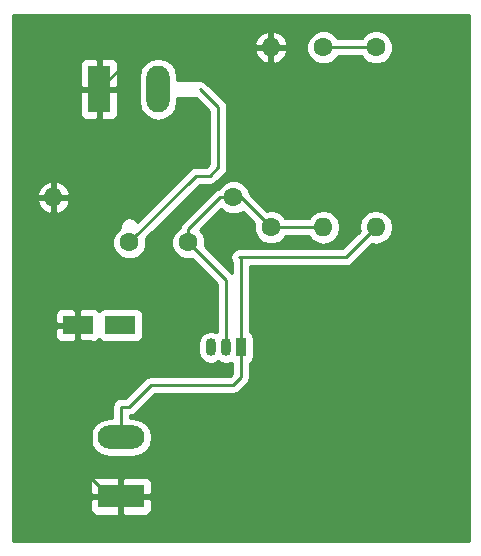
<source format=gbr>
G04 #@! TF.FileFunction,Copper,L1,Top,Signal*
%FSLAX46Y46*%
G04 Gerber Fmt 4.6, Leading zero omitted, Abs format (unit mm)*
G04 Created by KiCad (PCBNEW 4.0.5) date 05/18/17 10:58:32*
%MOMM*%
%LPD*%
G01*
G04 APERTURE LIST*
%ADD10C,0.100000*%
%ADD11O,0.900000X1.500000*%
%ADD12R,0.900000X1.500000*%
%ADD13C,1.600000*%
%ADD14O,1.600000X1.600000*%
%ADD15R,3.960000X1.980000*%
%ADD16O,3.960000X1.980000*%
%ADD17R,2.600000X1.600000*%
%ADD18R,1.980000X3.960000*%
%ADD19O,1.980000X3.960000*%
%ADD20C,0.250000*%
%ADD21C,0.254000*%
G04 APERTURE END LIST*
D10*
D11*
X78740000Y-102870000D03*
X77470000Y-102870000D03*
D12*
X80010000Y-102870000D03*
D13*
X91440000Y-77470000D03*
D14*
X91440000Y-92710000D03*
D15*
X69850000Y-115490000D03*
D16*
X69850000Y-110490000D03*
D13*
X86995000Y-77470000D03*
D14*
X86995000Y-92710000D03*
D13*
X70565000Y-93980000D03*
X75565000Y-93980000D03*
D17*
X66200000Y-101000000D03*
X69800000Y-101000000D03*
D18*
X68000000Y-81000000D03*
D19*
X73000000Y-81000000D03*
D13*
X79375000Y-90170000D03*
D14*
X64135000Y-90170000D03*
D13*
X82550000Y-92710000D03*
D14*
X82550000Y-77470000D03*
D20*
X86995000Y-77470000D02*
X91440000Y-77470000D01*
X75565000Y-93980000D02*
X78740000Y-97155000D01*
X78740000Y-97155000D02*
X78740000Y-102870000D01*
X82550000Y-92710000D02*
X86995000Y-92710000D01*
X82550000Y-92710000D02*
X80010000Y-90170000D01*
X80010000Y-90170000D02*
X79375000Y-90170000D01*
X79375000Y-90170000D02*
X78243630Y-90170000D01*
X78243630Y-90170000D02*
X75565000Y-92848630D01*
X75565000Y-92848630D02*
X75565000Y-93980000D01*
X70565000Y-93980000D02*
X76200000Y-88345000D01*
X76200000Y-88345000D02*
X77390000Y-88345000D01*
X77390000Y-88345000D02*
X78105000Y-87630000D01*
X78105000Y-87630000D02*
X78105000Y-82550000D01*
X78105000Y-82550000D02*
X76555000Y-81000000D01*
X64135000Y-90170000D02*
X64135000Y-88865000D01*
X71000000Y-78000000D02*
X68000000Y-81000000D01*
X80888630Y-78000000D02*
X71000000Y-78000000D01*
X82550000Y-77470000D02*
X81418630Y-77470000D01*
X81418630Y-77470000D02*
X80888630Y-78000000D01*
X68000000Y-81000000D02*
X65000000Y-81000000D01*
X64135000Y-90170000D02*
X64135000Y-81865000D01*
X64135000Y-81865000D02*
X65000000Y-81000000D01*
X66200000Y-101000000D02*
X66200000Y-99950000D01*
X66200000Y-99950000D02*
X64980000Y-98730000D01*
X64980000Y-98730000D02*
X64980000Y-98425000D01*
X67310000Y-102310000D02*
X66460000Y-102310000D01*
X66460000Y-102310000D02*
X66200000Y-102050000D01*
X66200000Y-102050000D02*
X66200000Y-101000000D01*
X67310000Y-105000000D02*
X67310000Y-104140000D01*
X67310000Y-113940000D02*
X67310000Y-105000000D01*
X67310000Y-105000000D02*
X67310000Y-102310000D01*
X64135000Y-90170000D02*
X64135000Y-97580000D01*
X64135000Y-97580000D02*
X64980000Y-98425000D01*
X69850000Y-115490000D02*
X68860000Y-115490000D01*
X68860000Y-115490000D02*
X67310000Y-113940000D01*
X69850000Y-110490000D02*
X69850000Y-107885000D01*
X69850000Y-107885000D02*
X70550000Y-107885000D01*
X70550000Y-107885000D02*
X72390000Y-106045000D01*
X72390000Y-106045000D02*
X79375000Y-106045000D01*
X79375000Y-106045000D02*
X80010000Y-105410000D01*
X80010000Y-105410000D02*
X80010000Y-102870000D01*
X80010000Y-95250000D02*
X88900000Y-95250000D01*
X79883971Y-95250000D02*
X80010000Y-95250000D01*
X80010000Y-95250000D02*
X80010000Y-102870000D01*
X88900000Y-95250000D02*
X91440000Y-92710000D01*
D21*
G36*
X99290000Y-119290000D02*
X60710000Y-119290000D01*
X60710000Y-115775750D01*
X67235000Y-115775750D01*
X67235000Y-116606309D01*
X67331673Y-116839698D01*
X67510301Y-117018327D01*
X67743690Y-117115000D01*
X69564250Y-117115000D01*
X69723000Y-116956250D01*
X69723000Y-115617000D01*
X69977000Y-115617000D01*
X69977000Y-116956250D01*
X70135750Y-117115000D01*
X71956310Y-117115000D01*
X72189699Y-117018327D01*
X72368327Y-116839698D01*
X72465000Y-116606309D01*
X72465000Y-115775750D01*
X72306250Y-115617000D01*
X69977000Y-115617000D01*
X69723000Y-115617000D01*
X67393750Y-115617000D01*
X67235000Y-115775750D01*
X60710000Y-115775750D01*
X60710000Y-114373691D01*
X67235000Y-114373691D01*
X67235000Y-115204250D01*
X67393750Y-115363000D01*
X69723000Y-115363000D01*
X69723000Y-114023750D01*
X69977000Y-114023750D01*
X69977000Y-115363000D01*
X72306250Y-115363000D01*
X72465000Y-115204250D01*
X72465000Y-114373691D01*
X72368327Y-114140302D01*
X72189699Y-113961673D01*
X71956310Y-113865000D01*
X70135750Y-113865000D01*
X69977000Y-114023750D01*
X69723000Y-114023750D01*
X69564250Y-113865000D01*
X67743690Y-113865000D01*
X67510301Y-113961673D01*
X67331673Y-114140302D01*
X67235000Y-114373691D01*
X60710000Y-114373691D01*
X60710000Y-110490000D01*
X67183769Y-110490000D01*
X67307465Y-111111861D01*
X67659720Y-111639049D01*
X68186908Y-111991304D01*
X68808769Y-112115000D01*
X70891231Y-112115000D01*
X71513092Y-111991304D01*
X72040280Y-111639049D01*
X72392535Y-111111861D01*
X72516231Y-110490000D01*
X72392535Y-109868139D01*
X72040280Y-109340951D01*
X71513092Y-108988696D01*
X70891231Y-108865000D01*
X70610000Y-108865000D01*
X70610000Y-108633065D01*
X70840839Y-108587148D01*
X71087401Y-108422401D01*
X72704802Y-106805000D01*
X79375000Y-106805000D01*
X79665839Y-106747148D01*
X79912401Y-106582401D01*
X80547401Y-105947401D01*
X80712148Y-105700839D01*
X80770000Y-105410000D01*
X80770000Y-104175105D01*
X80911441Y-104084090D01*
X81056431Y-103871890D01*
X81107440Y-103620000D01*
X81107440Y-102120000D01*
X81063162Y-101884683D01*
X80924090Y-101668559D01*
X80770000Y-101563274D01*
X80770000Y-96010000D01*
X88900000Y-96010000D01*
X89190839Y-95952148D01*
X89437401Y-95787401D01*
X91116114Y-94108688D01*
X91440000Y-94173113D01*
X91989151Y-94063880D01*
X92454698Y-93752811D01*
X92765767Y-93287264D01*
X92875000Y-92738113D01*
X92875000Y-92681887D01*
X92765767Y-92132736D01*
X92454698Y-91667189D01*
X91989151Y-91356120D01*
X91440000Y-91246887D01*
X90890849Y-91356120D01*
X90425302Y-91667189D01*
X90114233Y-92132736D01*
X90005000Y-92681887D01*
X90005000Y-92738113D01*
X90060096Y-93015102D01*
X88585198Y-94490000D01*
X79883971Y-94490000D01*
X79593132Y-94547852D01*
X79346570Y-94712599D01*
X79181823Y-94959161D01*
X79123971Y-95250000D01*
X79181823Y-95540839D01*
X79250000Y-95642873D01*
X79250000Y-96590198D01*
X76978256Y-94318454D01*
X76999750Y-94266691D01*
X77000248Y-93695813D01*
X76782243Y-93168200D01*
X76551439Y-92936993D01*
X78332042Y-91156390D01*
X78561077Y-91385824D01*
X79088309Y-91604750D01*
X79659187Y-91605248D01*
X80162487Y-91397289D01*
X81136744Y-92371546D01*
X81115250Y-92423309D01*
X81114752Y-92994187D01*
X81332757Y-93521800D01*
X81736077Y-93925824D01*
X82263309Y-94144750D01*
X82834187Y-94145248D01*
X83361800Y-93927243D01*
X83765824Y-93523923D01*
X83788215Y-93470000D01*
X85791333Y-93470000D01*
X85980302Y-93752811D01*
X86445849Y-94063880D01*
X86995000Y-94173113D01*
X87544151Y-94063880D01*
X88009698Y-93752811D01*
X88320767Y-93287264D01*
X88430000Y-92738113D01*
X88430000Y-92681887D01*
X88320767Y-92132736D01*
X88009698Y-91667189D01*
X87544151Y-91356120D01*
X86995000Y-91246887D01*
X86445849Y-91356120D01*
X85980302Y-91667189D01*
X85791333Y-91950000D01*
X83788646Y-91950000D01*
X83767243Y-91898200D01*
X83363923Y-91494176D01*
X82836691Y-91275250D01*
X82265813Y-91274752D01*
X82211851Y-91297049D01*
X80810240Y-89895438D01*
X80810248Y-89885813D01*
X80592243Y-89358200D01*
X80188923Y-88954176D01*
X79661691Y-88735250D01*
X79090813Y-88734752D01*
X78563200Y-88952757D01*
X78159176Y-89356077D01*
X78127166Y-89433166D01*
X77952791Y-89467852D01*
X77706229Y-89632599D01*
X75027599Y-92311229D01*
X74862852Y-92557791D01*
X74828250Y-92731747D01*
X74753200Y-92762757D01*
X74349176Y-93166077D01*
X74130250Y-93693309D01*
X74129752Y-94264187D01*
X74347757Y-94791800D01*
X74751077Y-95195824D01*
X75278309Y-95414750D01*
X75849187Y-95415248D01*
X75903149Y-95392951D01*
X77980000Y-97469802D01*
X77980000Y-101603792D01*
X77885212Y-101540457D01*
X77470000Y-101457866D01*
X77054788Y-101540457D01*
X76702789Y-101775655D01*
X76467591Y-102127654D01*
X76385000Y-102542866D01*
X76385000Y-103197134D01*
X76467591Y-103612346D01*
X76702789Y-103964345D01*
X77054788Y-104199543D01*
X77470000Y-104282134D01*
X77885212Y-104199543D01*
X78105000Y-104052685D01*
X78324788Y-104199543D01*
X78740000Y-104282134D01*
X79155212Y-104199543D01*
X79220019Y-104156241D01*
X79250000Y-104176726D01*
X79250000Y-105095198D01*
X79060198Y-105285000D01*
X72390000Y-105285000D01*
X72099161Y-105342852D01*
X71852599Y-105507599D01*
X70235198Y-107125000D01*
X69850000Y-107125000D01*
X69559161Y-107182852D01*
X69312599Y-107347599D01*
X69147852Y-107594161D01*
X69090000Y-107885000D01*
X69090000Y-108865000D01*
X68808769Y-108865000D01*
X68186908Y-108988696D01*
X67659720Y-109340951D01*
X67307465Y-109868139D01*
X67183769Y-110490000D01*
X60710000Y-110490000D01*
X60710000Y-101285750D01*
X64265000Y-101285750D01*
X64265000Y-101926310D01*
X64361673Y-102159699D01*
X64540302Y-102338327D01*
X64773691Y-102435000D01*
X65914250Y-102435000D01*
X66073000Y-102276250D01*
X66073000Y-101127000D01*
X64423750Y-101127000D01*
X64265000Y-101285750D01*
X60710000Y-101285750D01*
X60710000Y-100073690D01*
X64265000Y-100073690D01*
X64265000Y-100714250D01*
X64423750Y-100873000D01*
X66073000Y-100873000D01*
X66073000Y-99723750D01*
X66327000Y-99723750D01*
X66327000Y-100873000D01*
X66347000Y-100873000D01*
X66347000Y-101127000D01*
X66327000Y-101127000D01*
X66327000Y-102276250D01*
X66485750Y-102435000D01*
X67626309Y-102435000D01*
X67859698Y-102338327D01*
X68000936Y-102197090D01*
X68035910Y-102251441D01*
X68248110Y-102396431D01*
X68500000Y-102447440D01*
X71100000Y-102447440D01*
X71335317Y-102403162D01*
X71551441Y-102264090D01*
X71696431Y-102051890D01*
X71747440Y-101800000D01*
X71747440Y-100200000D01*
X71703162Y-99964683D01*
X71564090Y-99748559D01*
X71351890Y-99603569D01*
X71100000Y-99552560D01*
X68500000Y-99552560D01*
X68264683Y-99596838D01*
X68048559Y-99735910D01*
X68002031Y-99804006D01*
X67859698Y-99661673D01*
X67626309Y-99565000D01*
X66485750Y-99565000D01*
X66327000Y-99723750D01*
X66073000Y-99723750D01*
X65914250Y-99565000D01*
X64773691Y-99565000D01*
X64540302Y-99661673D01*
X64361673Y-99840301D01*
X64265000Y-100073690D01*
X60710000Y-100073690D01*
X60710000Y-94264187D01*
X69129752Y-94264187D01*
X69347757Y-94791800D01*
X69751077Y-95195824D01*
X70278309Y-95414750D01*
X70849187Y-95415248D01*
X71376800Y-95197243D01*
X71780824Y-94793923D01*
X71999750Y-94266691D01*
X72000248Y-93695813D01*
X71977951Y-93641851D01*
X76514802Y-89105000D01*
X77390000Y-89105000D01*
X77680839Y-89047148D01*
X77927401Y-88882401D01*
X78642401Y-88167401D01*
X78807148Y-87920839D01*
X78865000Y-87630000D01*
X78865000Y-82550000D01*
X78807148Y-82259161D01*
X78642401Y-82012599D01*
X77092401Y-80462599D01*
X76845839Y-80297852D01*
X76555000Y-80240000D01*
X74625000Y-80240000D01*
X74625000Y-79958769D01*
X74501304Y-79336908D01*
X74149049Y-78809720D01*
X73621861Y-78457465D01*
X73000000Y-78333769D01*
X72378139Y-78457465D01*
X71850951Y-78809720D01*
X71498696Y-79336908D01*
X71375000Y-79958769D01*
X71375000Y-82041231D01*
X71498696Y-82663092D01*
X71850951Y-83190280D01*
X72378139Y-83542535D01*
X73000000Y-83666231D01*
X73621861Y-83542535D01*
X74149049Y-83190280D01*
X74501304Y-82663092D01*
X74625000Y-82041231D01*
X74625000Y-81760000D01*
X76240198Y-81760000D01*
X77345000Y-82864802D01*
X77345000Y-87315198D01*
X77075198Y-87585000D01*
X76200000Y-87585000D01*
X75973772Y-87630000D01*
X75909160Y-87642852D01*
X75662599Y-87807599D01*
X71212630Y-92257568D01*
X71102401Y-92092599D01*
X70855839Y-91927852D01*
X70565000Y-91870000D01*
X70274161Y-91927852D01*
X70027599Y-92092599D01*
X69862852Y-92339161D01*
X69805000Y-92630000D01*
X69805000Y-92741354D01*
X69753200Y-92762757D01*
X69349176Y-93166077D01*
X69130250Y-93693309D01*
X69129752Y-94264187D01*
X60710000Y-94264187D01*
X60710000Y-90519039D01*
X62743096Y-90519039D01*
X62903959Y-90907423D01*
X63279866Y-91322389D01*
X63785959Y-91561914D01*
X64008000Y-91440629D01*
X64008000Y-90297000D01*
X64262000Y-90297000D01*
X64262000Y-91440629D01*
X64484041Y-91561914D01*
X64990134Y-91322389D01*
X65366041Y-90907423D01*
X65526904Y-90519039D01*
X65404915Y-90297000D01*
X64262000Y-90297000D01*
X64008000Y-90297000D01*
X62865085Y-90297000D01*
X62743096Y-90519039D01*
X60710000Y-90519039D01*
X60710000Y-89820961D01*
X62743096Y-89820961D01*
X62865085Y-90043000D01*
X64008000Y-90043000D01*
X64008000Y-88899371D01*
X64262000Y-88899371D01*
X64262000Y-90043000D01*
X65404915Y-90043000D01*
X65526904Y-89820961D01*
X65366041Y-89432577D01*
X64990134Y-89017611D01*
X64484041Y-88778086D01*
X64262000Y-88899371D01*
X64008000Y-88899371D01*
X63785959Y-88778086D01*
X63279866Y-89017611D01*
X62903959Y-89432577D01*
X62743096Y-89820961D01*
X60710000Y-89820961D01*
X60710000Y-81285750D01*
X66375000Y-81285750D01*
X66375000Y-83106310D01*
X66471673Y-83339699D01*
X66650302Y-83518327D01*
X66883691Y-83615000D01*
X67714250Y-83615000D01*
X67873000Y-83456250D01*
X67873000Y-81127000D01*
X68127000Y-81127000D01*
X68127000Y-83456250D01*
X68285750Y-83615000D01*
X69116309Y-83615000D01*
X69349698Y-83518327D01*
X69528327Y-83339699D01*
X69625000Y-83106310D01*
X69625000Y-81285750D01*
X69466250Y-81127000D01*
X68127000Y-81127000D01*
X67873000Y-81127000D01*
X66533750Y-81127000D01*
X66375000Y-81285750D01*
X60710000Y-81285750D01*
X60710000Y-78893690D01*
X66375000Y-78893690D01*
X66375000Y-80714250D01*
X66533750Y-80873000D01*
X67873000Y-80873000D01*
X67873000Y-78543750D01*
X68127000Y-78543750D01*
X68127000Y-80873000D01*
X69466250Y-80873000D01*
X69625000Y-80714250D01*
X69625000Y-78893690D01*
X69528327Y-78660301D01*
X69349698Y-78481673D01*
X69116309Y-78385000D01*
X68285750Y-78385000D01*
X68127000Y-78543750D01*
X67873000Y-78543750D01*
X67714250Y-78385000D01*
X66883691Y-78385000D01*
X66650302Y-78481673D01*
X66471673Y-78660301D01*
X66375000Y-78893690D01*
X60710000Y-78893690D01*
X60710000Y-77819041D01*
X81158086Y-77819041D01*
X81397611Y-78325134D01*
X81812577Y-78701041D01*
X82200961Y-78861904D01*
X82423000Y-78739915D01*
X82423000Y-77597000D01*
X82677000Y-77597000D01*
X82677000Y-78739915D01*
X82899039Y-78861904D01*
X83287423Y-78701041D01*
X83702389Y-78325134D01*
X83941914Y-77819041D01*
X83906489Y-77754187D01*
X85559752Y-77754187D01*
X85777757Y-78281800D01*
X86181077Y-78685824D01*
X86708309Y-78904750D01*
X87279187Y-78905248D01*
X87806800Y-78687243D01*
X88210824Y-78283923D01*
X88233215Y-78230000D01*
X90201354Y-78230000D01*
X90222757Y-78281800D01*
X90626077Y-78685824D01*
X91153309Y-78904750D01*
X91724187Y-78905248D01*
X92251800Y-78687243D01*
X92655824Y-78283923D01*
X92874750Y-77756691D01*
X92875248Y-77185813D01*
X92657243Y-76658200D01*
X92253923Y-76254176D01*
X91726691Y-76035250D01*
X91155813Y-76034752D01*
X90628200Y-76252757D01*
X90224176Y-76656077D01*
X90201785Y-76710000D01*
X88233646Y-76710000D01*
X88212243Y-76658200D01*
X87808923Y-76254176D01*
X87281691Y-76035250D01*
X86710813Y-76034752D01*
X86183200Y-76252757D01*
X85779176Y-76656077D01*
X85560250Y-77183309D01*
X85559752Y-77754187D01*
X83906489Y-77754187D01*
X83820629Y-77597000D01*
X82677000Y-77597000D01*
X82423000Y-77597000D01*
X81279371Y-77597000D01*
X81158086Y-77819041D01*
X60710000Y-77819041D01*
X60710000Y-77120959D01*
X81158086Y-77120959D01*
X81279371Y-77343000D01*
X82423000Y-77343000D01*
X82423000Y-76200085D01*
X82677000Y-76200085D01*
X82677000Y-77343000D01*
X83820629Y-77343000D01*
X83941914Y-77120959D01*
X83702389Y-76614866D01*
X83287423Y-76238959D01*
X82899039Y-76078096D01*
X82677000Y-76200085D01*
X82423000Y-76200085D01*
X82200961Y-76078096D01*
X81812577Y-76238959D01*
X81397611Y-76614866D01*
X81158086Y-77120959D01*
X60710000Y-77120959D01*
X60710000Y-74710000D01*
X99290000Y-74710000D01*
X99290000Y-119290000D01*
X99290000Y-119290000D01*
G37*
X99290000Y-119290000D02*
X60710000Y-119290000D01*
X60710000Y-115775750D01*
X67235000Y-115775750D01*
X67235000Y-116606309D01*
X67331673Y-116839698D01*
X67510301Y-117018327D01*
X67743690Y-117115000D01*
X69564250Y-117115000D01*
X69723000Y-116956250D01*
X69723000Y-115617000D01*
X69977000Y-115617000D01*
X69977000Y-116956250D01*
X70135750Y-117115000D01*
X71956310Y-117115000D01*
X72189699Y-117018327D01*
X72368327Y-116839698D01*
X72465000Y-116606309D01*
X72465000Y-115775750D01*
X72306250Y-115617000D01*
X69977000Y-115617000D01*
X69723000Y-115617000D01*
X67393750Y-115617000D01*
X67235000Y-115775750D01*
X60710000Y-115775750D01*
X60710000Y-114373691D01*
X67235000Y-114373691D01*
X67235000Y-115204250D01*
X67393750Y-115363000D01*
X69723000Y-115363000D01*
X69723000Y-114023750D01*
X69977000Y-114023750D01*
X69977000Y-115363000D01*
X72306250Y-115363000D01*
X72465000Y-115204250D01*
X72465000Y-114373691D01*
X72368327Y-114140302D01*
X72189699Y-113961673D01*
X71956310Y-113865000D01*
X70135750Y-113865000D01*
X69977000Y-114023750D01*
X69723000Y-114023750D01*
X69564250Y-113865000D01*
X67743690Y-113865000D01*
X67510301Y-113961673D01*
X67331673Y-114140302D01*
X67235000Y-114373691D01*
X60710000Y-114373691D01*
X60710000Y-110490000D01*
X67183769Y-110490000D01*
X67307465Y-111111861D01*
X67659720Y-111639049D01*
X68186908Y-111991304D01*
X68808769Y-112115000D01*
X70891231Y-112115000D01*
X71513092Y-111991304D01*
X72040280Y-111639049D01*
X72392535Y-111111861D01*
X72516231Y-110490000D01*
X72392535Y-109868139D01*
X72040280Y-109340951D01*
X71513092Y-108988696D01*
X70891231Y-108865000D01*
X70610000Y-108865000D01*
X70610000Y-108633065D01*
X70840839Y-108587148D01*
X71087401Y-108422401D01*
X72704802Y-106805000D01*
X79375000Y-106805000D01*
X79665839Y-106747148D01*
X79912401Y-106582401D01*
X80547401Y-105947401D01*
X80712148Y-105700839D01*
X80770000Y-105410000D01*
X80770000Y-104175105D01*
X80911441Y-104084090D01*
X81056431Y-103871890D01*
X81107440Y-103620000D01*
X81107440Y-102120000D01*
X81063162Y-101884683D01*
X80924090Y-101668559D01*
X80770000Y-101563274D01*
X80770000Y-96010000D01*
X88900000Y-96010000D01*
X89190839Y-95952148D01*
X89437401Y-95787401D01*
X91116114Y-94108688D01*
X91440000Y-94173113D01*
X91989151Y-94063880D01*
X92454698Y-93752811D01*
X92765767Y-93287264D01*
X92875000Y-92738113D01*
X92875000Y-92681887D01*
X92765767Y-92132736D01*
X92454698Y-91667189D01*
X91989151Y-91356120D01*
X91440000Y-91246887D01*
X90890849Y-91356120D01*
X90425302Y-91667189D01*
X90114233Y-92132736D01*
X90005000Y-92681887D01*
X90005000Y-92738113D01*
X90060096Y-93015102D01*
X88585198Y-94490000D01*
X79883971Y-94490000D01*
X79593132Y-94547852D01*
X79346570Y-94712599D01*
X79181823Y-94959161D01*
X79123971Y-95250000D01*
X79181823Y-95540839D01*
X79250000Y-95642873D01*
X79250000Y-96590198D01*
X76978256Y-94318454D01*
X76999750Y-94266691D01*
X77000248Y-93695813D01*
X76782243Y-93168200D01*
X76551439Y-92936993D01*
X78332042Y-91156390D01*
X78561077Y-91385824D01*
X79088309Y-91604750D01*
X79659187Y-91605248D01*
X80162487Y-91397289D01*
X81136744Y-92371546D01*
X81115250Y-92423309D01*
X81114752Y-92994187D01*
X81332757Y-93521800D01*
X81736077Y-93925824D01*
X82263309Y-94144750D01*
X82834187Y-94145248D01*
X83361800Y-93927243D01*
X83765824Y-93523923D01*
X83788215Y-93470000D01*
X85791333Y-93470000D01*
X85980302Y-93752811D01*
X86445849Y-94063880D01*
X86995000Y-94173113D01*
X87544151Y-94063880D01*
X88009698Y-93752811D01*
X88320767Y-93287264D01*
X88430000Y-92738113D01*
X88430000Y-92681887D01*
X88320767Y-92132736D01*
X88009698Y-91667189D01*
X87544151Y-91356120D01*
X86995000Y-91246887D01*
X86445849Y-91356120D01*
X85980302Y-91667189D01*
X85791333Y-91950000D01*
X83788646Y-91950000D01*
X83767243Y-91898200D01*
X83363923Y-91494176D01*
X82836691Y-91275250D01*
X82265813Y-91274752D01*
X82211851Y-91297049D01*
X80810240Y-89895438D01*
X80810248Y-89885813D01*
X80592243Y-89358200D01*
X80188923Y-88954176D01*
X79661691Y-88735250D01*
X79090813Y-88734752D01*
X78563200Y-88952757D01*
X78159176Y-89356077D01*
X78127166Y-89433166D01*
X77952791Y-89467852D01*
X77706229Y-89632599D01*
X75027599Y-92311229D01*
X74862852Y-92557791D01*
X74828250Y-92731747D01*
X74753200Y-92762757D01*
X74349176Y-93166077D01*
X74130250Y-93693309D01*
X74129752Y-94264187D01*
X74347757Y-94791800D01*
X74751077Y-95195824D01*
X75278309Y-95414750D01*
X75849187Y-95415248D01*
X75903149Y-95392951D01*
X77980000Y-97469802D01*
X77980000Y-101603792D01*
X77885212Y-101540457D01*
X77470000Y-101457866D01*
X77054788Y-101540457D01*
X76702789Y-101775655D01*
X76467591Y-102127654D01*
X76385000Y-102542866D01*
X76385000Y-103197134D01*
X76467591Y-103612346D01*
X76702789Y-103964345D01*
X77054788Y-104199543D01*
X77470000Y-104282134D01*
X77885212Y-104199543D01*
X78105000Y-104052685D01*
X78324788Y-104199543D01*
X78740000Y-104282134D01*
X79155212Y-104199543D01*
X79220019Y-104156241D01*
X79250000Y-104176726D01*
X79250000Y-105095198D01*
X79060198Y-105285000D01*
X72390000Y-105285000D01*
X72099161Y-105342852D01*
X71852599Y-105507599D01*
X70235198Y-107125000D01*
X69850000Y-107125000D01*
X69559161Y-107182852D01*
X69312599Y-107347599D01*
X69147852Y-107594161D01*
X69090000Y-107885000D01*
X69090000Y-108865000D01*
X68808769Y-108865000D01*
X68186908Y-108988696D01*
X67659720Y-109340951D01*
X67307465Y-109868139D01*
X67183769Y-110490000D01*
X60710000Y-110490000D01*
X60710000Y-101285750D01*
X64265000Y-101285750D01*
X64265000Y-101926310D01*
X64361673Y-102159699D01*
X64540302Y-102338327D01*
X64773691Y-102435000D01*
X65914250Y-102435000D01*
X66073000Y-102276250D01*
X66073000Y-101127000D01*
X64423750Y-101127000D01*
X64265000Y-101285750D01*
X60710000Y-101285750D01*
X60710000Y-100073690D01*
X64265000Y-100073690D01*
X64265000Y-100714250D01*
X64423750Y-100873000D01*
X66073000Y-100873000D01*
X66073000Y-99723750D01*
X66327000Y-99723750D01*
X66327000Y-100873000D01*
X66347000Y-100873000D01*
X66347000Y-101127000D01*
X66327000Y-101127000D01*
X66327000Y-102276250D01*
X66485750Y-102435000D01*
X67626309Y-102435000D01*
X67859698Y-102338327D01*
X68000936Y-102197090D01*
X68035910Y-102251441D01*
X68248110Y-102396431D01*
X68500000Y-102447440D01*
X71100000Y-102447440D01*
X71335317Y-102403162D01*
X71551441Y-102264090D01*
X71696431Y-102051890D01*
X71747440Y-101800000D01*
X71747440Y-100200000D01*
X71703162Y-99964683D01*
X71564090Y-99748559D01*
X71351890Y-99603569D01*
X71100000Y-99552560D01*
X68500000Y-99552560D01*
X68264683Y-99596838D01*
X68048559Y-99735910D01*
X68002031Y-99804006D01*
X67859698Y-99661673D01*
X67626309Y-99565000D01*
X66485750Y-99565000D01*
X66327000Y-99723750D01*
X66073000Y-99723750D01*
X65914250Y-99565000D01*
X64773691Y-99565000D01*
X64540302Y-99661673D01*
X64361673Y-99840301D01*
X64265000Y-100073690D01*
X60710000Y-100073690D01*
X60710000Y-94264187D01*
X69129752Y-94264187D01*
X69347757Y-94791800D01*
X69751077Y-95195824D01*
X70278309Y-95414750D01*
X70849187Y-95415248D01*
X71376800Y-95197243D01*
X71780824Y-94793923D01*
X71999750Y-94266691D01*
X72000248Y-93695813D01*
X71977951Y-93641851D01*
X76514802Y-89105000D01*
X77390000Y-89105000D01*
X77680839Y-89047148D01*
X77927401Y-88882401D01*
X78642401Y-88167401D01*
X78807148Y-87920839D01*
X78865000Y-87630000D01*
X78865000Y-82550000D01*
X78807148Y-82259161D01*
X78642401Y-82012599D01*
X77092401Y-80462599D01*
X76845839Y-80297852D01*
X76555000Y-80240000D01*
X74625000Y-80240000D01*
X74625000Y-79958769D01*
X74501304Y-79336908D01*
X74149049Y-78809720D01*
X73621861Y-78457465D01*
X73000000Y-78333769D01*
X72378139Y-78457465D01*
X71850951Y-78809720D01*
X71498696Y-79336908D01*
X71375000Y-79958769D01*
X71375000Y-82041231D01*
X71498696Y-82663092D01*
X71850951Y-83190280D01*
X72378139Y-83542535D01*
X73000000Y-83666231D01*
X73621861Y-83542535D01*
X74149049Y-83190280D01*
X74501304Y-82663092D01*
X74625000Y-82041231D01*
X74625000Y-81760000D01*
X76240198Y-81760000D01*
X77345000Y-82864802D01*
X77345000Y-87315198D01*
X77075198Y-87585000D01*
X76200000Y-87585000D01*
X75973772Y-87630000D01*
X75909160Y-87642852D01*
X75662599Y-87807599D01*
X71212630Y-92257568D01*
X71102401Y-92092599D01*
X70855839Y-91927852D01*
X70565000Y-91870000D01*
X70274161Y-91927852D01*
X70027599Y-92092599D01*
X69862852Y-92339161D01*
X69805000Y-92630000D01*
X69805000Y-92741354D01*
X69753200Y-92762757D01*
X69349176Y-93166077D01*
X69130250Y-93693309D01*
X69129752Y-94264187D01*
X60710000Y-94264187D01*
X60710000Y-90519039D01*
X62743096Y-90519039D01*
X62903959Y-90907423D01*
X63279866Y-91322389D01*
X63785959Y-91561914D01*
X64008000Y-91440629D01*
X64008000Y-90297000D01*
X64262000Y-90297000D01*
X64262000Y-91440629D01*
X64484041Y-91561914D01*
X64990134Y-91322389D01*
X65366041Y-90907423D01*
X65526904Y-90519039D01*
X65404915Y-90297000D01*
X64262000Y-90297000D01*
X64008000Y-90297000D01*
X62865085Y-90297000D01*
X62743096Y-90519039D01*
X60710000Y-90519039D01*
X60710000Y-89820961D01*
X62743096Y-89820961D01*
X62865085Y-90043000D01*
X64008000Y-90043000D01*
X64008000Y-88899371D01*
X64262000Y-88899371D01*
X64262000Y-90043000D01*
X65404915Y-90043000D01*
X65526904Y-89820961D01*
X65366041Y-89432577D01*
X64990134Y-89017611D01*
X64484041Y-88778086D01*
X64262000Y-88899371D01*
X64008000Y-88899371D01*
X63785959Y-88778086D01*
X63279866Y-89017611D01*
X62903959Y-89432577D01*
X62743096Y-89820961D01*
X60710000Y-89820961D01*
X60710000Y-81285750D01*
X66375000Y-81285750D01*
X66375000Y-83106310D01*
X66471673Y-83339699D01*
X66650302Y-83518327D01*
X66883691Y-83615000D01*
X67714250Y-83615000D01*
X67873000Y-83456250D01*
X67873000Y-81127000D01*
X68127000Y-81127000D01*
X68127000Y-83456250D01*
X68285750Y-83615000D01*
X69116309Y-83615000D01*
X69349698Y-83518327D01*
X69528327Y-83339699D01*
X69625000Y-83106310D01*
X69625000Y-81285750D01*
X69466250Y-81127000D01*
X68127000Y-81127000D01*
X67873000Y-81127000D01*
X66533750Y-81127000D01*
X66375000Y-81285750D01*
X60710000Y-81285750D01*
X60710000Y-78893690D01*
X66375000Y-78893690D01*
X66375000Y-80714250D01*
X66533750Y-80873000D01*
X67873000Y-80873000D01*
X67873000Y-78543750D01*
X68127000Y-78543750D01*
X68127000Y-80873000D01*
X69466250Y-80873000D01*
X69625000Y-80714250D01*
X69625000Y-78893690D01*
X69528327Y-78660301D01*
X69349698Y-78481673D01*
X69116309Y-78385000D01*
X68285750Y-78385000D01*
X68127000Y-78543750D01*
X67873000Y-78543750D01*
X67714250Y-78385000D01*
X66883691Y-78385000D01*
X66650302Y-78481673D01*
X66471673Y-78660301D01*
X66375000Y-78893690D01*
X60710000Y-78893690D01*
X60710000Y-77819041D01*
X81158086Y-77819041D01*
X81397611Y-78325134D01*
X81812577Y-78701041D01*
X82200961Y-78861904D01*
X82423000Y-78739915D01*
X82423000Y-77597000D01*
X82677000Y-77597000D01*
X82677000Y-78739915D01*
X82899039Y-78861904D01*
X83287423Y-78701041D01*
X83702389Y-78325134D01*
X83941914Y-77819041D01*
X83906489Y-77754187D01*
X85559752Y-77754187D01*
X85777757Y-78281800D01*
X86181077Y-78685824D01*
X86708309Y-78904750D01*
X87279187Y-78905248D01*
X87806800Y-78687243D01*
X88210824Y-78283923D01*
X88233215Y-78230000D01*
X90201354Y-78230000D01*
X90222757Y-78281800D01*
X90626077Y-78685824D01*
X91153309Y-78904750D01*
X91724187Y-78905248D01*
X92251800Y-78687243D01*
X92655824Y-78283923D01*
X92874750Y-77756691D01*
X92875248Y-77185813D01*
X92657243Y-76658200D01*
X92253923Y-76254176D01*
X91726691Y-76035250D01*
X91155813Y-76034752D01*
X90628200Y-76252757D01*
X90224176Y-76656077D01*
X90201785Y-76710000D01*
X88233646Y-76710000D01*
X88212243Y-76658200D01*
X87808923Y-76254176D01*
X87281691Y-76035250D01*
X86710813Y-76034752D01*
X86183200Y-76252757D01*
X85779176Y-76656077D01*
X85560250Y-77183309D01*
X85559752Y-77754187D01*
X83906489Y-77754187D01*
X83820629Y-77597000D01*
X82677000Y-77597000D01*
X82423000Y-77597000D01*
X81279371Y-77597000D01*
X81158086Y-77819041D01*
X60710000Y-77819041D01*
X60710000Y-77120959D01*
X81158086Y-77120959D01*
X81279371Y-77343000D01*
X82423000Y-77343000D01*
X82423000Y-76200085D01*
X82677000Y-76200085D01*
X82677000Y-77343000D01*
X83820629Y-77343000D01*
X83941914Y-77120959D01*
X83702389Y-76614866D01*
X83287423Y-76238959D01*
X82899039Y-76078096D01*
X82677000Y-76200085D01*
X82423000Y-76200085D01*
X82200961Y-76078096D01*
X81812577Y-76238959D01*
X81397611Y-76614866D01*
X81158086Y-77120959D01*
X60710000Y-77120959D01*
X60710000Y-74710000D01*
X99290000Y-74710000D01*
X99290000Y-119290000D01*
M02*

</source>
